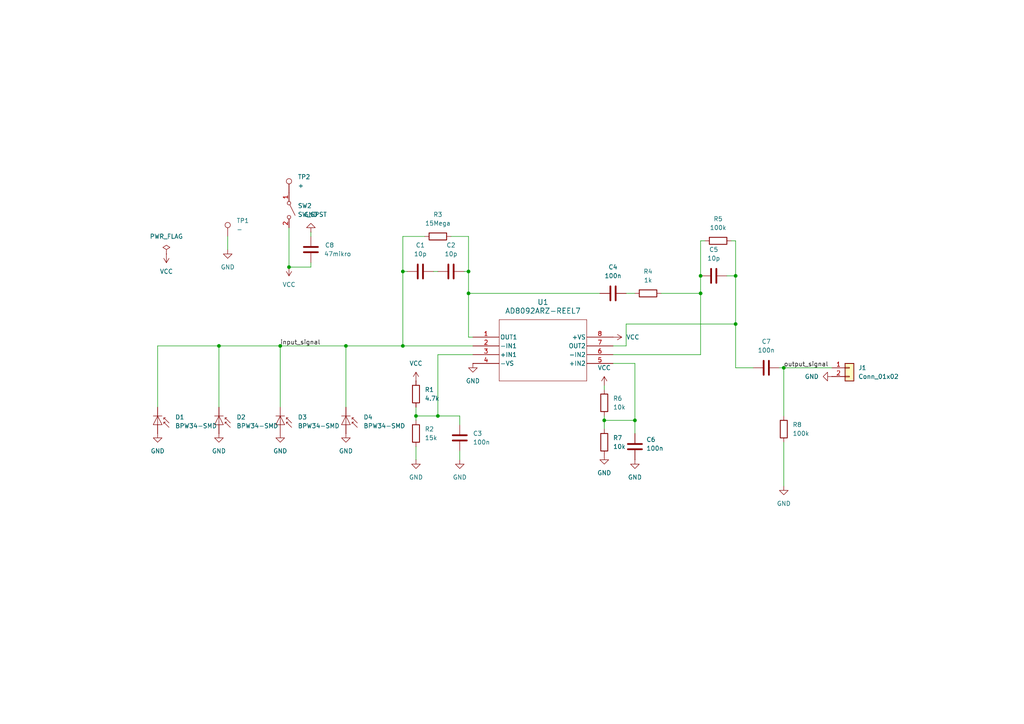
<source format=kicad_sch>
(kicad_sch (version 20250114) (generator "eeschema") (generator_version "9.0")
  (paper "A4")
  (title_block (title "Detector Version 2") (date "2025-04-06"))
  (lib_symbols
    (symbol "2025-03-21_07-43-58:AD8092ARZ-REEL7" (pin_names (offset 0.254))
      (property "Reference" "U" (at 20.32 10.16 0))
      (property "Value" "AD8092ARZ-REEL7" (at 20.32 7.62 0))
      (symbol "AD8092ARZ-REEL7_0_1"
        (polyline (pts (xy 7.62 5.08) (xy 7.62 -12.7)) (stroke (width 0.127)))
        (polyline (pts (xy 7.62 -12.7) (xy 33.02 -12.7)) (stroke (width 0.127)))
        (polyline (pts (xy 33.02 5.08) (xy 7.62 5.08)) (stroke (width 0.127)))
        (polyline (pts (xy 33.02 -12.7) (xy 33.02 5.08)) (stroke (width 0.127)))
        (pin unspecified line (at 0 0 0) (length 7.62) (name "OUT1") (number "1"))
        (pin unspecified line (at 0 -2.54 0) (length 7.62) (name "-IN1") (number "2"))
        (pin unspecified line (at 0 -5.08 0) (length 7.62) (name "+IN1") (number "3"))
        (pin power_in line (at 0 -7.62 0) (length 7.62) (name "-VS") (number "4"))
        (pin power_in line (at 40.64 0 180) (length 7.62) (name "+VS") (number "8"))
        (pin unspecified line (at 40.64 -2.54 180) (length 7.62) (name "OUT2") (number "7"))
        (pin unspecified line (at 40.64 -5.08 180) (length 7.62) (name "-IN2") (number "6"))
        (pin unspecified line (at 40.64 -7.62 180) (length 7.62) (name "+IN2") (number "5"))
      )
    )
    (symbol "Connector:TestPoint" (pin_numbers (hide yes)) (pin_names (offset 0.762) (hide yes))
      (property "Reference" "TP" (at 0 6.858 0))
      (property "Value" "TestPoint" (at 0 5.08 0))
      (symbol "TestPoint_0_1"
        (circle (center 0 3.302) (radius 0.762))
      )
      (symbol "TestPoint_1_1"
        (pin passive line (at 0 0 90) (length 2.54) (name "1") (number "1"))
      )
    )
    (symbol "Connector_Generic:Conn_01x02" (pin_names (offset 1.016) (hide yes))
      (property "Reference" "J" (at 0 2.54 0))
      (property "Value" "Conn_01x02" (at 0 -5.08 0))
      (symbol "Conn_01x02_1_1"
        (rectangle (start -1.27 1.27) (end 1.27 -3.81) (stroke (width 0.254)) (fill (type background)))
        (rectangle (start -1.27 0.127) (end 0 -0.127) (stroke (width 0.1524)))
        (rectangle (start -1.27 -2.413) (end 0 -2.667) (stroke (width 0.1524)))
        (pin passive line (at -5.08 0 0) (length 3.81) (name "Pin_1") (number "1"))
        (pin passive line (at -5.08 -2.54 0) (length 3.81) (name "Pin_2") (number "2"))
      )
    )
    (symbol "Device:C" (pin_numbers (hide yes)) (pin_names (offset 0.254))
      (property "Reference" "C" (at 0.635 2.54 0))
      (property "Value" "C" (at 0.635 -2.54 0))
      (symbol "C_0_1"
        (polyline (pts (xy -2.032 0.762) (xy 2.032 0.762)) (stroke (width 0.508)))
        (polyline (pts (xy -2.032 -0.762) (xy 2.032 -0.762)) (stroke (width 0.508)))
      )
      (symbol "C_1_1"
        (pin passive line (at 0 3.81 270) (length 2.794) (name "~") (number "1"))
        (pin passive line (at 0 -3.81 90) (length 2.794) (name "~") (number "2"))
      )
    )
    (symbol "Device:R" (pin_numbers (hide yes)) (pin_names (offset 0))
      (property "Reference" "R" (at 2.032 0 90))
      (property "Value" "R" (at 0 0 90))
      (symbol "R_0_1"
        (rectangle (start -1.016 -2.54) (end 1.016 2.54) (stroke (width 0.254)))
      )
      (symbol "R_1_1"
        (pin passive line (at 0 3.81 270) (length 1.27) (name "~") (number "1"))
        (pin passive line (at 0 -3.81 90) (length 1.27) (name "~") (number "2"))
      )
    )
    (symbol "Sensor_Optical:BPW34-SMD" (pin_numbers (hide yes)) (pin_names (offset 1.016) (hide yes))
      (property "Reference" "D" (at 0.508 1.778 0))
      (property "Value" "BPW34-SMD" (at -1.016 -2.794 0))
      (symbol "BPW34-SMD_0_1"
        (polyline (pts (xy -2.54 1.27) (xy -2.54 -1.27)) (stroke (width 0.1524)))
        (polyline (pts (xy -2.032 1.778) (xy -1.524 1.778)))
        (polyline (pts (xy -0.508 3.302) (xy -2.032 1.778) (xy -2.032 2.286)))
        (polyline (pts (xy 0 1.27) (xy -2.54 0) (xy 0 -1.27)))
        (polyline (pts (xy 0 0) (xy -2.54 0)))
        (polyline (pts (xy 0 -1.27) (xy 0 1.27)))
        (polyline (pts (xy 0.762 3.302) (xy -0.762 1.778) (xy -0.762 2.286) (xy -0.762 1.778) (xy -0.254 1.778)))
      )
      (symbol "BPW34-SMD_1_1"
        (pin passive line (at -5.08 0 0) (length 2.54) (name "K") (number "1"))
        (pin passive line (at 2.54 0 180) (length 2.54) (name "A") (number "2"))
      )
    )
    (symbol "Switch:SW_SPST" (pin_names (offset 0) (hide yes))
      (property "Reference" "SW" (at 0 3.175 0))
      (property "Value" "SW_SPST" (at 0 -2.54 0))
      (symbol "SW_SPST_0_0"
        (circle (center -2.032 0) (radius 0.508))
        (polyline (pts (xy -1.524 0.254) (xy 1.524 1.778)))
        (circle (center 2.032 0) (radius 0.508))
      )
      (symbol "SW_SPST_1_1"
        (pin passive line (at -5.08 0 0) (length 2.54) (name "A") (number "1"))
        (pin passive line (at 5.08 0 180) (length 2.54) (name "B") (number "2"))
      )
    )
    (symbol "power:GND" (power) (pin_numbers (hide yes)) (pin_names (offset 0) (hide yes))
      (property "Value" "GND" (at 0 -3.81 0))
      (symbol "GND_0_1"
        (polyline (pts (xy 0 0) (xy 0 -1.27) (xy 1.27 -1.27) (xy 0 -2.54) (xy -1.27 -1.27) (xy 0 -1.27)))
      )
      (symbol "GND_1_1"
        (pin power_in line (at 0 0 270) (length 0) (name "~") (number "1"))
      )
    )
    (symbol "power:PWR_FLAG" (power) (pin_numbers (hide yes)) (pin_names (offset 0) (hide yes))
      (property "Value" "PWR_FLAG" (at 0 3.81 0))
      (symbol "PWR_FLAG_0_0"
        (pin power_out line (at 0 0 90) (length 0) (name "~") (number "1"))
      )
      (symbol "PWR_FLAG_0_1"
        (polyline (pts (xy 0 0) (xy 0 1.27) (xy -1.016 1.905) (xy 0 2.54) (xy 1.016 1.905) (xy 0 1.27)))
      )
    )
    (symbol "power:VCC" (power) (pin_numbers (hide yes)) (pin_names (offset 0) (hide yes))
      (property "Value" "VCC" (at 0 3.556 0))
      (symbol "VCC_0_1"
        (polyline (pts (xy -0.762 1.27) (xy 0 2.54)))
        (polyline (pts (xy 0 2.54) (xy 0.762 1.27)))
        (polyline (pts (xy 0 0) (xy 0 2.54)))
      )
      (symbol "VCC_1_1"
        (pin power_in line (at 0 0 90) (length 0) (name "~") (number "1"))
      )
    )
  )
  (junction (at 116.84 100.33))
  (junction (at 213.36 93.98))
  (junction (at 100.33 100.33))
  (junction (at 184.15 121.92))
  (junction (at 81.28 100.33))
  (junction (at 203.2 80.01))
  (junction (at 63.5 100.33))
  (junction (at 127 120.65))
  (junction (at 203.2 85.09))
  (junction (at 83.82 77.47))
  (junction (at 175.26 121.92))
  (junction (at 116.84 78.74))
  (junction (at 227.33 106.68))
  (junction (at 120.65 120.65))
  (junction (at 135.89 85.09))
  (junction (at 213.36 80.01))
  (junction (at 135.89 78.74))
  (wire (pts (xy 63.5 100.33) (xy 63.5 118.11)))
  (wire (pts (xy 100.33 100.33) (xy 100.33 118.11)))
  (wire (pts (xy 203.2 85.09) (xy 203.2 80.01)))
  (wire (pts (xy 135.89 68.58) (xy 135.89 78.74)))
  (wire (pts (xy 203.2 102.87) (xy 203.2 85.09)))
  (wire (pts (xy 227.33 128.27) (xy 227.33 140.97)))
  (wire (pts (xy 127 102.87) (xy 137.16 102.87)))
  (wire (pts (xy 83.82 66.04) (xy 83.82 77.47)))
  (wire (pts (xy 120.65 120.65) (xy 127 120.65)))
  (wire (pts (xy 181.61 100.33) (xy 177.8 100.33)))
  (wire (pts (xy 135.89 85.09) (xy 135.89 97.79)))
  (wire (pts (xy 135.89 85.09) (xy 173.99 85.09)))
  (wire (pts (xy 120.65 129.54) (xy 120.65 133.35)))
  (wire (pts (xy 45.72 100.33) (xy 45.72 118.11)))
  (wire (pts (xy 203.2 69.85) (xy 203.2 80.01)))
  (wire (pts (xy 213.36 69.85) (xy 213.36 80.01)))
  (wire (pts (xy 175.26 121.92) (xy 184.15 121.92)))
  (wire (pts (xy 120.65 118.11) (xy 120.65 120.65)))
  (wire (pts (xy 116.84 68.58) (xy 116.84 78.74)))
  (wire (pts (xy 45.72 100.33) (xy 63.5 100.33)))
  (wire (pts (xy 63.5 100.33) (xy 81.28 100.33)))
  (wire (pts (xy 213.36 93.98) (xy 213.36 106.68)))
  (wire (pts (xy 81.28 100.33) (xy 100.33 100.33)))
  (wire (pts (xy 184.15 105.41) (xy 184.15 121.92)))
  (wire (pts (xy 120.65 120.65) (xy 120.65 121.92)))
  (wire (pts (xy 226.06 106.68) (xy 227.33 106.68)))
  (wire (pts (xy 133.35 120.65) (xy 133.35 123.19)))
  (wire (pts (xy 133.35 130.81) (xy 133.35 133.35)))
  (wire (pts (xy 134.62 78.74) (xy 135.89 78.74)))
  (wire (pts (xy 227.33 106.68) (xy 227.33 120.65)))
  (wire (pts (xy 100.33 100.33) (xy 116.84 100.33)))
  (wire (pts (xy 135.89 97.79) (xy 137.16 97.79)))
  (wire (pts (xy 184.15 121.92) (xy 184.15 125.73)))
  (wire (pts (xy 177.8 102.87) (xy 203.2 102.87)))
  (wire (pts (xy 90.17 67.31) (xy 90.17 68.58)))
  (wire (pts (xy 175.26 113.03) (xy 175.26 111.76)))
  (wire (pts (xy 116.84 68.58) (xy 123.19 68.58)))
  (wire (pts (xy 90.17 76.2) (xy 90.17 77.47)))
  (wire (pts (xy 81.28 100.33) (xy 81.28 118.11)))
  (wire (pts (xy 83.82 77.47) (xy 90.17 77.47)))
  (wire (pts (xy 175.26 120.65) (xy 175.26 121.92)))
  (wire (pts (xy 66.04 68.58) (xy 66.04 72.39)))
  (wire (pts (xy 127 102.87) (xy 127 120.65)))
  (wire (pts (xy 181.61 85.09) (xy 184.15 85.09)))
  (wire (pts (xy 184.15 105.41) (xy 177.8 105.41)))
  (wire (pts (xy 191.77 85.09) (xy 203.2 85.09)))
  (wire (pts (xy 116.84 78.74) (xy 118.11 78.74)))
  (wire (pts (xy 135.89 78.74) (xy 135.89 85.09)))
  (wire (pts (xy 212.09 69.85) (xy 213.36 69.85)))
  (wire (pts (xy 213.36 106.68) (xy 218.44 106.68)))
  (wire (pts (xy 125.73 78.74) (xy 127 78.74)))
  (wire (pts (xy 181.61 93.98) (xy 213.36 93.98)))
  (wire (pts (xy 116.84 100.33) (xy 116.84 78.74)))
  (wire (pts (xy 127 120.65) (xy 133.35 120.65)))
  (wire (pts (xy 210.82 80.01) (xy 213.36 80.01)))
  (wire (pts (xy 116.84 100.33) (xy 137.16 100.33)))
  (wire (pts (xy 203.2 69.85) (xy 204.47 69.85)))
  (wire (pts (xy 175.26 121.92) (xy 175.26 124.46)))
  (wire (pts (xy 227.33 106.68) (xy 241.3 106.68)))
  (wire (pts (xy 130.81 68.58) (xy 135.89 68.58)))
  (wire (pts (xy 213.36 80.01) (xy 213.36 93.98)))
  (wire (pts (xy 181.61 93.98) (xy 181.61 100.33)))
  (label "input_signal" (at 81.28 100.33 0))
  (label "output_signal" (at 227.33 106.68 0))
  (symbol (lib_id "power:GND") (at 66.04 72.39 0) (unit 1)
    (property "Reference" "#PWR018" (effects (hide yes)))
    (property "Value" "GND" (at 66.04 77.47 0))
    (property "Description" "Power symbol creates a global label with name \"GND\" , ground" (effects (hide yes)))
  )
  (symbol (lib_id "power:VCC") (at 83.82 77.47 180) (unit 1)
    (property "Reference" "#PWR019" (effects (hide yes)))
    (property "Value" "VCC" (at 83.82 82.55 0))
    (property "Description" "Power symbol creates a global label with name \"VCC\"" (effects (hide yes)))
  )
  (symbol (lib_id "power:PWR_FLAG") (at 48.26 73.66 0) (unit 1)
    (property "Reference" "#FLG01" (effects (hide yes)))
    (property "Value" "PWR_FLAG" (at 48.26 68.58 0))
    (property "Description" "Special symbol for telling ERC where power comes from" (effects (hide yes)))
  )
  (symbol (lib_id "Device:C") (at 121.92 78.74 90) (unit 1)
    (property "Reference" "C1" (at 121.92 71.12 90))
    (property "Value" "10p" (at 121.92 73.66 90))
    (property "Footprint" "Capacitor_SMD:C_0805_2012Metric" (effects (hide yes)))
    (property "Description" "Unpolarized capacitor" (effects (hide yes)))
  )
  (symbol (lib_id "Device:C") (at 207.01 80.01 90) (unit 1)
    (property "Reference" "C5" (at 207.01 72.39 90))
    (property "Value" "10p" (at 207.01 74.93 90))
    (property "Footprint" "Capacitor_SMD:C_0805_2012Metric" (effects (hide yes)))
    (property "Description" "Unpolarized capacitor" (effects (hide yes)))
  )
  (symbol (lib_id "Device:C") (at 184.15 129.54 180) (unit 1)
    (property "Reference" "C6" (at 187.452 127.508 0) (effects (justify right)))
    (property "Value" "100n" (at 187.452 130.048 0) (effects (justify right)))
    (property "Footprint" "Capacitor_SMD:C_0805_2012Metric" (effects (hide yes)))
    (property "Description" "Unpolarized capacitor" (effects (hide yes)))
  )
  (symbol (lib_id "Device:C") (at 130.81 78.74 90) (unit 1)
    (property "Reference" "C2" (at 130.81 71.12 90))
    (property "Value" "10p" (at 130.81 73.66 90))
    (property "Footprint" "Capacitor_SMD:C_0805_2012Metric" (effects (hide yes)))
    (property "Description" "Unpolarized capacitor" (effects (hide yes)))
  )
  (symbol (lib_id "power:VCC") (at 48.26 73.66 180) (unit 1)
    (property "Reference" "#PWR014" (effects (hide yes)))
    (property "Value" "VCC" (at 48.26 78.74 0))
    (property "Description" "Power symbol creates a global label with name \"VCC\"" (effects (hide yes)))
  )
  (symbol (lib_id "power:GND") (at 45.72 125.73 0) (unit 1)
    (property "Reference" "#PWR03" (effects (hide yes)))
    (property "Value" "GND" (at 45.72 130.81 0))
    (property "Description" "Power symbol creates a global label with name \"GND\" , ground" (effects (hide yes)))
  )
  (symbol (lib_id "power:GND") (at 227.33 140.97 0) (unit 1)
    (property "Reference" "#PWR011" (effects (hide yes)))
    (property "Value" "GND" (at 227.33 146.05 0))
    (property "Description" "Power symbol creates a global label with name \"GND\" , ground" (effects (hide yes)))
  )
  (symbol (lib_id "Sensor_Optical:BPW34-SMD") (at 45.72 123.19 270) (unit 1)
    (property "Reference" "D1" (at 50.8 120.9928 90) (effects (justify left)))
    (property "Value" "BPW34-SMD" (at 50.8 123.5328 90) (effects (justify left)))
    (property "Footprint" "footprints:LED_VBPW34S_VIS" (effects (hide yes)))
    (property "Datasheet" "https://dammedia.osram.info/media/resource/hires/osram-dam-5488319/BPW%2034%20S_EN.pdf" (effects (hide yes)))
    (property "Description" "Silicon PIN Photodiode, Area 2.65x2.65mm" (effects (hide yes)))
  )
  (symbol (lib_id "Device:C") (at 177.8 85.09 90) (unit 1)
    (property "Reference" "C4" (at 177.8 77.47 90))
    (property "Value" "100n" (at 177.8 80.01 90))
    (property "Footprint" "Capacitor_SMD:C_0805_2012Metric" (effects (hide yes)))
    (property "Description" "Unpolarized capacitor" (effects (hide yes)))
  )
  (symbol (lib_id "power:VCC") (at 120.65 110.49 0) (unit 1)
    (property "Reference" "#PWR012" (effects (hide yes)))
    (property "Value" "VCC" (at 120.65 105.41 0))
    (property "Description" "Power symbol creates a global label with name \"VCC\"" (effects (hide yes)))
  )
  (symbol (lib_id "power:GND") (at 241.3 109.22 270) (unit 1)
    (property "Reference" "#PWR017" (effects (hide yes)))
    (property "Value" "GND" (at 237.49 109.2199 90) (effects (justify right)))
    (property "Description" "Power symbol creates a global label with name \"GND\" , ground" (effects (hide yes)))
  )
  (symbol (lib_id "Device:R") (at 127 68.58 90) (unit 1)
    (property "Reference" "R3" (at 127 62.23 90))
    (property "Value" "15Mega" (at 127 64.77 90))
    (property "Footprint" "Resistor_SMD:R_0805_2012Metric" (effects (hide yes)))
    (property "Description" "Resistor" (effects (hide yes)))
  )
  (symbol (lib_id "Connector_Generic:Conn_01x02") (at 246.38 106.68 0) (unit 1)
    (property "Reference" "J1" (at 248.92 106.6799 0) (effects (justify left)))
    (property "Value" "Conn_01x02" (at 248.92 109.2199 0) (effects (justify left)))
    (property "Footprint" "footprints:CONN_SJ-2523-SMT-TR_CUD" (effects (hide yes)))
    (property "Description" "Generic connector, single row, 01x02, script generated (kicad-library-utils/schlib/autogen/connector/)" (effects (hide yes)))
  )
  (symbol (lib_id "power:GND") (at 81.28 125.73 0) (unit 1)
    (property "Reference" "#PWR015" (effects (hide yes)))
    (property "Value" "GND" (at 81.28 130.81 0))
    (property "Description" "Power symbol creates a global label with name \"GND\" , ground" (effects (hide yes)))
  )
  (symbol (lib_id "power:GND") (at 120.65 133.35 0) (unit 1)
    (property "Reference" "#PWR07" (effects (hide yes)))
    (property "Value" "GND" (at 120.65 138.43 0))
    (property "Description" "Power symbol creates a global label with name \"GND\" , ground" (effects (hide yes)))
  )
  (symbol (lib_id "Switch:SW_SPST") (at 83.82 60.96 270) (unit 1)
    (property "Reference" "SW2" (at 86.36 59.6899 90) (effects (justify left)))
    (property "Value" "SW_SPST" (at 86.36 62.2299 90) (effects (justify left)))
    (property "Footprint" "footprints:SSSS810701" (effects (hide yes)))
    (property "Description" "Single Pole Single Throw (SPST) switch" (effects (hide yes)))
  )
  (symbol (lib_id "Device:R") (at 175.26 116.84 0) (unit 1)
    (property "Reference" "R6" (at 177.8 115.5699 0) (effects (justify left)))
    (property "Value" "10k" (at 177.8 118.1099 0) (effects (justify left)))
    (property "Footprint" "Resistor_SMD:R_0805_2012Metric" (effects (hide yes)))
    (property "Description" "Resistor" (effects (hide yes)))
  )
  (symbol (lib_id "power:GND") (at 137.16 105.41 0) (unit 1)
    (property "Reference" "#PWR01" (effects (hide yes)))
    (property "Value" "GND" (at 137.16 110.49 0))
    (property "Description" "Power symbol creates a global label with name \"GND\" , ground" (effects (hide yes)))
  )
  (symbol (lib_id "Sensor_Optical:BPW34-SMD") (at 100.33 123.19 270) (unit 1)
    (property "Reference" "D4" (at 105.41 120.9928 90) (effects (justify left)))
    (property "Value" "BPW34-SMD" (at 105.41 123.5328 90) (effects (justify left)))
    (property "Footprint" "footprints:LED_VBPW34S_VIS" (effects (hide yes)))
    (property "Datasheet" "https://dammedia.osram.info/media/resource/hires/osram-dam-5488319/BPW%2034%20S_EN.pdf" (effects (hide yes)))
    (property "Description" "Silicon PIN Photodiode, Area 2.65x2.65mm" (effects (hide yes)))
  )
  (symbol (lib_id "power:GND") (at 184.15 133.35 0) (unit 1)
    (property "Reference" "#PWR010" (effects (hide yes)))
    (property "Value" "GND" (at 184.15 138.43 0))
    (property "Description" "Power symbol creates a global label with name \"GND\" , ground" (effects (hide yes)))
  )
  (symbol (lib_id "power:VCC") (at 177.8 97.79 270) (unit 1)
    (property "Reference" "#PWR02" (effects (hide yes)))
    (property "Value" "VCC" (at 181.61 97.7899 90) (effects (justify left)))
    (property "Description" "Power symbol creates a global label with name \"VCC\"" (effects (hide yes)))
  )
  (symbol (lib_id "Device:C") (at 222.25 106.68 90) (unit 1)
    (property "Reference" "C7" (at 222.25 99.06 90))
    (property "Value" "100n" (at 222.25 101.6 90))
    (property "Footprint" "Capacitor_SMD:C_0805_2012Metric" (effects (hide yes)))
    (property "Description" "Unpolarized capacitor" (effects (hide yes)))
  )
  (symbol (lib_id "Connector:TestPoint") (at 66.04 68.58 0) (unit 1)
    (property "Reference" "TP1" (at 68.58 64.0079 0) (effects (justify left)))
    (property "Value" "-" (at 68.58 66.5479 0) (effects (justify left)))
    (property "Footprint" "Connector_PinHeader_1.00mm:PinHeader_1x01_P1.00mm_Vertical" (effects (hide yes)))
    (property "Description" "test point" (effects (hide yes)))
  )
  (symbol (lib_id "power:GND") (at 100.33 125.73 0) (unit 1)
    (property "Reference" "#PWR016" (effects (hide yes)))
    (property "Value" "GND" (at 100.33 130.81 0))
    (property "Description" "Power symbol creates a global label with name \"GND\" , ground" (effects (hide yes)))
  )
  (symbol (lib_id "2025-03-21_07-43-58:AD8092ARZ-REEL7") (at 137.16 97.79 0) (unit 1)
    (property "Reference" "U1" (at 157.48 87.63 0) (effects (font (size 1.524 1.524))))
    (property "Value" "AD8092ARZ-REEL7" (at 157.48 90.17 0) (effects (font (size 1.524 1.524))))
    (property "Footprint" "footprints:R_8_ADI" (effects (hide yes)))
    (property "Datasheet" "AD8092ARZ-REEL7" (effects (hide yes)))
  )
  (symbol (lib_id "Device:R") (at 120.65 114.3 0) (unit 1)
    (property "Reference" "R1" (at 123.19 113.0299 0) (effects (justify left)))
    (property "Value" "4.7k" (at 123.19 115.5699 0) (effects (justify left)))
    (property "Footprint" "Resistor_SMD:R_0805_2012Metric" (effects (hide yes)))
    (property "Description" "Resistor" (effects (hide yes)))
  )
  (symbol (lib_id "Device:R") (at 187.96 85.09 90) (unit 1)
    (property "Reference" "R4" (at 187.96 78.74 90))
    (property "Value" "1k" (at 187.96 81.28 90))
    (property "Footprint" "Resistor_SMD:R_0805_2012Metric" (effects (hide yes)))
    (property "Description" "Resistor" (effects (hide yes)))
  )
  (symbol (lib_id "Device:C") (at 133.35 127 0) (unit 1)
    (property "Reference" "C3" (at 137.16 125.7299 0) (effects (justify left)))
    (property "Value" "100n" (at 137.16 128.2699 0) (effects (justify left)))
    (property "Footprint" "Capacitor_SMD:C_0805_2012Metric" (effects (hide yes)))
    (property "Description" "Unpolarized capacitor" (effects (hide yes)))
  )
  (symbol (lib_id "power:VCC") (at 175.26 111.76 0) (unit 1)
    (property "Reference" "#PWR013" (effects (hide yes)))
    (property "Value" "VCC" (at 175.26 106.68 0))
    (property "Description" "Power symbol creates a global label with name \"VCC\"" (effects (hide yes)))
  )
  (symbol (lib_id "Connector:TestPoint") (at 83.82 55.88 0) (unit 1)
    (property "Reference" "TP2" (at 86.36 51.3079 0) (effects (justify left)))
    (property "Value" "+" (at 86.36 53.8479 0) (effects (justify left)))
    (property "Footprint" "Connector_PinHeader_1.00mm:PinHeader_1x01_P1.00mm_Vertical" (effects (hide yes)))
    (property "Description" "test point" (effects (hide yes)))
  )
  (symbol (lib_id "Device:R") (at 227.33 124.46 0) (unit 1)
    (property "Reference" "R8" (at 229.87 123.1899 0) (effects (justify left)))
    (property "Value" "100k" (at 229.87 125.7299 0) (effects (justify left)))
    (property "Footprint" "Resistor_SMD:R_0805_2012Metric" (effects (hide yes)))
    (property "Description" "Resistor" (effects (hide yes)))
  )
  (symbol (lib_id "Device:C") (at 90.17 72.39 180) (unit 1)
    (property "Reference" "C8" (at 94.234 71.12 0) (effects (justify right)))
    (property "Value" "47mikro" (at 93.98 73.6599 0) (effects (justify right)))
    (property "Footprint" "footprints:PCAP_EEHZ_D_PAN" (effects (hide yes)))
    (property "Description" "Unpolarized capacitor" (effects (hide yes)))
  )
  (symbol (lib_id "Sensor_Optical:BPW34-SMD") (at 63.5 123.19 270) (unit 1)
    (property "Reference" "D2" (at 68.58 120.9928 90) (effects (justify left)))
    (property "Value" "BPW34-SMD" (at 68.58 123.5328 90) (effects (justify left)))
    (property "Footprint" "footprints:LED_VBPW34S_VIS" (effects (hide yes)))
    (property "Datasheet" "https://dammedia.osram.info/media/resource/hires/osram-dam-5488319/BPW%2034%20S_EN.pdf" (effects (hide yes)))
    (property "Description" "Silicon PIN Photodiode, Area 2.65x2.65mm" (effects (hide yes)))
  )
  (symbol (lib_id "power:GND") (at 63.5 125.73 0) (unit 1)
    (property "Reference" "#PWR04" (effects (hide yes)))
    (property "Value" "GND" (at 63.5 130.81 0))
    (property "Description" "Power symbol creates a global label with name \"GND\" , ground" (effects (hide yes)))
  )
  (symbol (lib_id "Device:R") (at 120.65 125.73 0) (unit 1)
    (property "Reference" "R2" (at 123.19 124.4599 0) (effects (justify left)))
    (property "Value" "15k" (at 123.19 126.9999 0) (effects (justify left)))
    (property "Footprint" "Resistor_SMD:R_0805_2012Metric" (effects (hide yes)))
    (property "Description" "Resistor" (effects (hide yes)))
  )
  (symbol (lib_id "Device:R") (at 208.28 69.85 90) (unit 1)
    (property "Reference" "R5" (at 208.28 63.5 90))
    (property "Value" "100k" (at 208.28 66.04 90))
    (property "Footprint" "Resistor_SMD:R_0805_2012Metric" (effects (hide yes)))
    (property "Description" "Resistor" (effects (hide yes)))
  )
  (symbol (lib_id "power:GND") (at 175.26 132.08 0) (unit 1)
    (property "Reference" "#PWR09" (effects (hide yes)))
    (property "Value" "GND" (at 175.26 137.16 0))
    (property "Description" "Power symbol creates a global label with name \"GND\" , ground" (effects (hide yes)))
  )
  (symbol (lib_id "Device:R") (at 175.26 128.27 0) (unit 1)
    (property "Reference" "R7" (at 177.8 126.9999 0) (effects (justify left)))
    (property "Value" "10k" (at 177.8 129.5399 0) (effects (justify left)))
    (property "Footprint" "Resistor_SMD:R_0805_2012Metric" (effects (hide yes)))
    (property "Description" "Resistor" (effects (hide yes)))
  )
  (symbol (lib_id "power:GND") (at 133.35 133.35 0) (unit 1)
    (property "Reference" "#PWR08" (effects (hide yes)))
    (property "Value" "GND" (at 133.35 138.43 0))
    (property "Description" "Power symbol creates a global label with name \"GND\" , ground" (effects (hide yes)))
  )
  (symbol (lib_id "power:GND") (at 90.17 67.31 180) (unit 1)
    (property "Reference" "#PWR05" (effects (hide yes)))
    (property "Value" "GND" (at 90.17 62.23 0))
    (property "Description" "Power symbol creates a global label with name \"GND\" , ground" (effects (hide yes)))
  )
  (symbol (lib_id "Sensor_Optical:BPW34-SMD") (at 81.28 123.19 270) (unit 1)
    (property "Reference" "D3" (at 86.36 120.9928 90) (effects (justify left)))
    (property "Value" "BPW34-SMD" (at 86.36 123.5328 90) (effects (justify left)))
    (property "Footprint" "footprints:LED_VBPW34S_VIS" (effects (hide yes)))
    (property "Datasheet" "https://dammedia.osram.info/media/resource/hires/osram-dam-5488319/BPW%2034%20S_EN.pdf" (effects (hide yes)))
    (property "Description" "Silicon PIN Photodiode, Area 2.65x2.65mm" (effects (hide yes)))
  )
)
</source>
